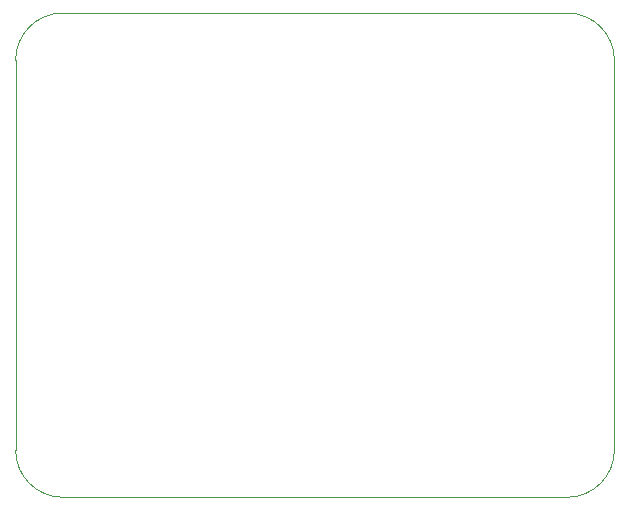
<source format=gm1>
%TF.GenerationSoftware,KiCad,Pcbnew,(7.0.0)*%
%TF.CreationDate,2023-05-09T15:07:27+03:00*%
%TF.ProjectId,IoT_sulari,496f545f-7375-46c6-9172-692e6b696361,rev?*%
%TF.SameCoordinates,Original*%
%TF.FileFunction,Profile,NP*%
%FSLAX46Y46*%
G04 Gerber Fmt 4.6, Leading zero omitted, Abs format (unit mm)*
G04 Created by KiCad (PCBNEW (7.0.0)) date 2023-05-09 15:07:27*
%MOMM*%
%LPD*%
G01*
G04 APERTURE LIST*
%TA.AperFunction,Profile*%
%ADD10C,0.100000*%
%TD*%
G04 APERTURE END LIST*
D10*
X143000000Y-72000000D02*
X143000000Y-39000000D01*
X92300000Y-72000000D02*
G75*
G03*
X96300000Y-76000000I4000000J0D01*
G01*
X92300000Y-39000000D02*
X92300000Y-72000000D01*
X139000000Y-76000000D02*
G75*
G03*
X143000000Y-72000000I0J4000000D01*
G01*
X143000000Y-39000000D02*
G75*
G03*
X139000000Y-35000000I-4000000J0D01*
G01*
X139000000Y-35000000D02*
X96300000Y-35000000D01*
X96300000Y-76000000D02*
X139000000Y-76000000D01*
X96300000Y-35000000D02*
G75*
G03*
X92300000Y-39000000I0J-4000000D01*
G01*
M02*

</source>
